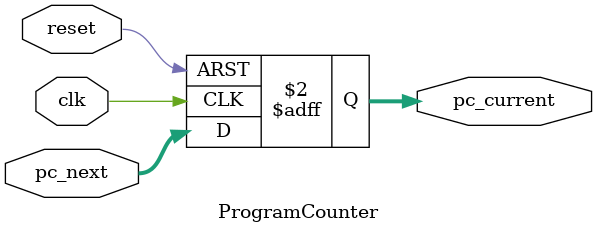
<source format=v>
module ProgramCounter(
    input clk,
    input reset,
    input [31:0] pc_next,
    output reg [31:0] pc_current
);
    always @(posedge clk or posedge reset) begin
        if (reset)
            pc_current <= 0; // Reset PC to 0
        else
            pc_current <= pc_next; // Update PC
    end
endmodule

</source>
